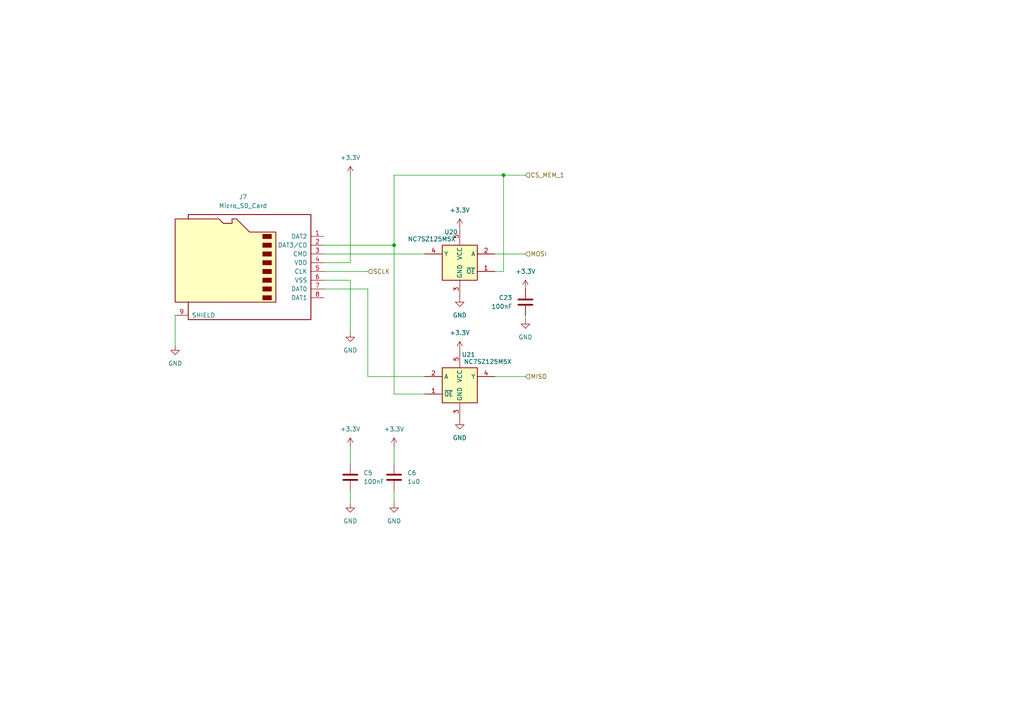
<source format=kicad_sch>
(kicad_sch (version 20231120) (generator "eeschema") (generator_version "8.0")
  (paper "A4")
  (lib_symbols
    (symbol "74xGxx:NC7SZ125M5X"
      (property "Reference" "U" (at -5.08 6.35 0))
      (property "Value" "NC7SZ125M5X" (at 7.62 6.35 0))
      (symbol "NC7SZ125M5X_0_1"
        (rectangle (start -5.08 5.08) (end 5.08 -5.08) (stroke (width 0.254)) (fill (type background)))
      )
      (symbol "NC7SZ125M5X_1_1"
        (pin input line (at -10.16 -2.54 0) (length 5.08) (name "~{OE}") (number "1"))
        (pin input line (at -10.16 2.54 0) (length 5.08) (name "A") (number "2"))
        (pin power_in line (at 0 -10.16 90) (length 5.08) (name "GND") (number "3"))
        (pin output line (at 10.16 2.54 180) (length 5.08) (name "Y") (number "4"))
        (pin power_in line (at 0 10.16 270) (length 5.08) (name "VCC") (number "5"))
      )
    )
    (symbol "Connector:Micro_SD_Card" (pin_names (offset 1.016))
      (property "Reference" "J" (at -16.51 15.24 0))
      (property "Value" "Micro_SD_Card" (at 16.51 15.24 0))
      (symbol "Micro_SD_Card_0_1"
        (rectangle (start -7.62 -9.525) (end -5.08 -10.795) (fill (type outline)))
        (rectangle (start -7.62 -6.985) (end -5.08 -8.255) (fill (type outline)))
        (rectangle (start -7.62 -4.445) (end -5.08 -5.715) (fill (type outline)))
        (rectangle (start -7.62 -1.905) (end -5.08 -3.175) (fill (type outline)))
        (rectangle (start -7.62 0.635) (end -5.08 -0.635) (fill (type outline)))
        (rectangle (start -7.62 3.175) (end -5.08 1.905) (fill (type outline)))
        (rectangle (start -7.62 5.715) (end -5.08 4.445) (fill (type outline)))
        (rectangle (start -7.62 8.255) (end -5.08 6.985) (fill (type outline)))
        (polyline (pts (xy 16.51 12.7) (xy 16.51 13.97) (xy -19.05 13.97) (xy -19.05 -16.51) (xy 16.51 -16.51) (xy 16.51 -11.43)) (stroke (width 0.254)))
        (polyline (pts (xy -8.89 -11.43) (xy -8.89 8.89) (xy -1.27 8.89) (xy 2.54 12.7) (xy 3.81 12.7) (xy 3.81 11.43) (xy 6.35 11.43) (xy 7.62 12.7) (xy 20.32 12.7) (xy 20.32 -11.43) (xy -8.89 -11.43)) (stroke (width 0.254)) (fill (type background)))
      )
      (symbol "Micro_SD_Card_1_1"
        (pin bidirectional line (at -22.86 7.62 0) (length 3.81) (name "DAT2") (number "1"))
        (pin bidirectional line (at -22.86 5.08 0) (length 3.81) (name "DAT3/CD") (number "2"))
        (pin input line (at -22.86 2.54 0) (length 3.81) (name "CMD") (number "3"))
        (pin power_in line (at -22.86 0 0) (length 3.81) (name "VDD") (number "4"))
        (pin input line (at -22.86 -2.54 0) (length 3.81) (name "CLK") (number "5"))
        (pin power_in line (at -22.86 -5.08 0) (length 3.81) (name "VSS") (number "6"))
        (pin bidirectional line (at -22.86 -7.62 0) (length 3.81) (name "DAT0") (number "7"))
        (pin bidirectional line (at -22.86 -10.16 0) (length 3.81) (name "DAT1") (number "8"))
        (pin passive line (at 20.32 -15.24 180) (length 3.81) (name "SHIELD") (number "9"))
      )
    )
    (symbol "Device:C" (pin_numbers hide) (pin_names (offset 0.254))
      (property "Reference" "C" (at 0.635 2.54 0))
      (property "Value" "C" (at 0.635 -2.54 0))
      (symbol "C_0_1"
        (polyline (pts (xy -2.032 -0.762) (xy 2.032 -0.762)) (stroke (width 0.508)))
        (polyline (pts (xy -2.032 0.762) (xy 2.032 0.762)) (stroke (width 0.508)))
      )
      (symbol "C_1_1"
        (pin passive line (at 0 3.81 270) (length 2.794) (name "~") (number "1"))
        (pin passive line (at 0 -3.81 90) (length 2.794) (name "~") (number "2"))
      )
    )
    (symbol "power:+3.3V" (power) (pin_numbers hide) (pin_names (offset 0) hide)
      (property "Value" "+3.3V" (at 0 3.556 0))
      (symbol "+3.3V_0_1"
        (polyline (pts (xy -0.762 1.27) (xy 0 2.54)))
        (polyline (pts (xy 0 0) (xy 0 2.54)))
        (polyline (pts (xy 0 2.54) (xy 0.762 1.27)))
      )
      (symbol "+3.3V_1_1"
        (pin power_in line (at 0 0 90) (length 0) (name "~") (number "1"))
      )
    )
    (symbol "power:GND" (power) (pin_numbers hide) (pin_names (offset 0) hide)
      (property "Value" "GND" (at 0 -3.81 0))
      (symbol "GND_0_1"
        (polyline (pts (xy 0 0) (xy 0 -1.27) (xy 1.27 -1.27) (xy 0 -2.54) (xy -1.27 -1.27) (xy 0 -1.27)))
      )
      (symbol "GND_1_1"
        (pin power_in line (at 0 0 270) (length 0) (name "~") (number "1"))
      )
    )
  )
  (junction (at 146.05 50.8))
  (junction (at 114.3 71.12))
  (wire (pts (xy 93.98 71.12) (xy 114.3 71.12)))
  (wire (pts (xy 101.6 81.28) (xy 101.6 96.52)))
  (wire (pts (xy 50.8 91.44) (xy 50.8 100.33)))
  (wire (pts (xy 146.05 50.8) (xy 146.05 78.74)))
  (wire (pts (xy 114.3 129.54) (xy 114.3 134.62)))
  (wire (pts (xy 93.98 73.66) (xy 123.19 73.66)))
  (wire (pts (xy 123.19 114.3) (xy 114.3 114.3)))
  (wire (pts (xy 101.6 142.24) (xy 101.6 146.05)))
  (wire (pts (xy 143.51 73.66) (xy 152.4 73.66)))
  (wire (pts (xy 114.3 50.8) (xy 146.05 50.8)))
  (wire (pts (xy 93.98 78.74) (xy 106.68 78.74)))
  (wire (pts (xy 106.68 109.22) (xy 106.68 83.82)))
  (wire (pts (xy 114.3 50.8) (xy 114.3 71.12)))
  (wire (pts (xy 152.4 109.22) (xy 143.51 109.22)))
  (wire (pts (xy 101.6 129.54) (xy 101.6 134.62)))
  (wire (pts (xy 101.6 50.8) (xy 101.6 76.2)))
  (wire (pts (xy 146.05 50.8) (xy 152.4 50.8)))
  (wire (pts (xy 114.3 114.3) (xy 114.3 71.12)))
  (wire (pts (xy 123.19 109.22) (xy 106.68 109.22)))
  (wire (pts (xy 143.51 78.74) (xy 146.05 78.74)))
  (wire (pts (xy 93.98 83.82) (xy 106.68 83.82)))
  (wire (pts (xy 114.3 142.24) (xy 114.3 146.05)))
  (wire (pts (xy 93.98 81.28) (xy 101.6 81.28)))
  (wire (pts (xy 93.98 76.2) (xy 101.6 76.2)))
  (wire (pts (xy 152.4 91.44) (xy 152.4 92.71)))
  (hierarchical_label "CS_MEM_1" (shape input) (at 152.4 50.8 0))
  (hierarchical_label "SCLK" (shape input) (at 106.68 78.74 0))
  (hierarchical_label "MISO" (shape input) (at 152.4 109.22 0))
  (hierarchical_label "MOSI" (shape input) (at 152.4 73.66 0))
  (symbol (lib_id "power:GND") (at 101.6 96.52 0) (unit 1)
    (property "Reference" "#PWR012" (effects (hide yes)))
    (property "Value" "GND" (at 101.6 101.6 0))
    (property "Description" "Power symbol creates a global label with name \"GND\" , ground" (effects (hide yes)))
  )
  (symbol (lib_id "74xGxx:NC7SZ125M5X") (at 133.35 76.2 0) (mirror y) (unit 1)
    (property "Reference" "U20" (at 130.81 67.31 0))
    (property "Value" "NC7SZ125M5X" (at 125.222 69.342 0))
    (property "Footprint" "Package_TO_SOT_SMD:SOT-23-5" (effects (hide yes)))
    (property "Datasheet" "https://www.onsemi.com/pdf/datasheet/nc7sz125-d.pdf" (effects (hide yes)))
    (property "Description" "TinyLogic UHS Buffer, Tri-State Output, SOT-23-5" (effects (hide yes)))
  )
  (symbol (lib_id "74xGxx:NC7SZ125M5X") (at 133.35 111.76 0) (unit 1)
    (property "Reference" "U21" (at 135.89 102.87 0))
    (property "Value" "NC7SZ125M5X" (at 141.478 104.902 0))
    (property "Footprint" "Package_TO_SOT_SMD:SOT-23-5" (effects (hide yes)))
    (property "Datasheet" "https://www.onsemi.com/pdf/datasheet/nc7sz125-d.pdf" (effects (hide yes)))
    (property "Description" "TinyLogic UHS Buffer, Tri-State Output, SOT-23-5" (effects (hide yes)))
  )
  (symbol (lib_id "Device:C") (at 114.3 138.43 0) (unit 1)
    (property "Reference" "C6" (at 118.11 137.1599 0) (effects (justify left)))
    (property "Value" "1u0" (at 118.11 139.6999 0) (effects (justify left)))
    (property "Footprint" "Capacitor_SMD:C_0603_1608Metric" (effects (hide yes)))
    (property "Description" "Unpolarized capacitor" (effects (hide yes)))
  )
  (symbol (lib_id "power:GND") (at 50.8 100.33 0) (unit 1)
    (property "Reference" "#PWR07" (effects (hide yes)))
    (property "Value" "GND" (at 50.8 105.41 0))
    (property "Description" "Power symbol creates a global label with name \"GND\" , ground" (effects (hide yes)))
  )
  (symbol (lib_id "Device:C") (at 101.6 138.43 0) (unit 1)
    (property "Reference" "C5" (at 105.41 137.1599 0) (effects (justify left)))
    (property "Value" "100nF" (at 105.41 139.6999 0) (effects (justify left)))
    (property "Footprint" "Capacitor_SMD:C_0603_1608Metric" (effects (hide yes)))
    (property "Description" "Unpolarized capacitor" (effects (hide yes)))
  )
  (symbol (lib_id "power:+3.3V") (at 114.3 129.54 0) (unit 1)
    (property "Reference" "#PWR029" (effects (hide yes)))
    (property "Value" "+3.3V" (at 114.3 124.46 0))
    (property "Description" "Power symbol creates a global label with name \"+3.3V\"" (effects (hide yes)))
  )
  (symbol (lib_id "power:+3.3V") (at 101.6 129.54 0) (unit 1)
    (property "Reference" "#PWR027" (effects (hide yes)))
    (property "Value" "+3.3V" (at 101.6 124.46 0))
    (property "Description" "Power symbol creates a global label with name \"+3.3V\"" (effects (hide yes)))
  )
  (symbol (lib_id "power:+3.3V") (at 101.6 50.8 0) (unit 1)
    (property "Reference" "#PWR011" (effects (hide yes)))
    (property "Value" "+3.3V" (at 101.6 45.72 0))
    (property "Description" "Power symbol creates a global label with name \"+3.3V\"" (effects (hide yes)))
  )
  (symbol (lib_id "power:GND") (at 133.35 121.92 0) (mirror y) (unit 1)
    (property "Reference" "#PWR0103" (effects (hide yes)))
    (property "Value" "GND" (at 133.35 127 0))
    (property "Description" "Power symbol creates a global label with name \"GND\" , ground" (effects (hide yes)))
  )
  (symbol (lib_id "power:GND") (at 114.3 146.05 0) (unit 1)
    (property "Reference" "#PWR030" (effects (hide yes)))
    (property "Value" "GND" (at 114.3 151.13 0))
    (property "Description" "Power symbol creates a global label with name \"GND\" , ground" (effects (hide yes)))
  )
  (symbol (lib_id "power:+3.3V") (at 133.35 66.04 0) (unit 1)
    (property "Reference" "#PWR0101" (effects (hide yes)))
    (property "Value" "+3.3V" (at 133.35 60.96 0))
    (property "Description" "Power symbol creates a global label with name \"+3.3V\"" (effects (hide yes)))
  )
  (symbol (lib_id "power:+3.3V") (at 152.4 83.82 0) (unit 1)
    (property "Reference" "#PWR099" (effects (hide yes)))
    (property "Value" "+3.3V" (at 152.4 78.74 0))
    (property "Description" "Power symbol creates a global label with name \"+3.3V\"" (effects (hide yes)))
  )
  (symbol (lib_id "power:GND") (at 152.4 92.71 0) (mirror y) (unit 1)
    (property "Reference" "#PWR097" (effects (hide yes)))
    (property "Value" "GND" (at 152.4 97.79 0))
    (property "Description" "Power symbol creates a global label with name \"GND\" , ground" (effects (hide yes)))
  )
  (symbol (lib_id "Connector:Micro_SD_Card") (at 71.12 76.2 0) (mirror y) (unit 1)
    (property "Reference" "J7" (at 70.485 57.15 0))
    (property "Value" "Micro_SD_Card" (at 70.485 59.69 0))
    (property "Footprint" "Connector_Card:microSD_HC_Hirose_DM3D-SF" (effects (hide yes)))
    (property "Datasheet" "http://katalog.we-online.de/em/datasheet/693072010801.pdf" (effects (hide yes)))
    (property "Description" "Micro SD Card Socket" (effects (hide yes)))
  )
  (symbol (lib_id "power:GND") (at 133.35 86.36 0) (mirror y) (unit 1)
    (property "Reference" "#PWR095" (effects (hide yes)))
    (property "Value" "GND" (at 133.35 91.44 0))
    (property "Description" "Power symbol creates a global label with name \"GND\" , ground" (effects (hide yes)))
  )
  (symbol (lib_id "power:+3.3V") (at 133.35 101.6 0) (unit 1)
    (property "Reference" "#PWR0105" (effects (hide yes)))
    (property "Value" "+3.3V" (at 133.35 96.52 0))
    (property "Description" "Power symbol creates a global label with name \"+3.3V\"" (effects (hide yes)))
  )
  (symbol (lib_id "Device:C") (at 152.4 87.63 0) (mirror y) (unit 1)
    (property "Reference" "C23" (at 148.59 86.3599 0) (effects (justify left)))
    (property "Value" "100nF" (at 148.59 88.8999 0) (effects (justify left)))
    (property "Footprint" "Capacitor_SMD:C_0603_1608Metric" (effects (hide yes)))
    (property "Description" "Unpolarized capacitor" (effects (hide yes)))
  )
  (symbol (lib_id "power:GND") (at 101.6 146.05 0) (unit 1)
    (property "Reference" "#PWR028" (effects (hide yes)))
    (property "Value" "GND" (at 101.6 151.13 0))
    (property "Description" "Power symbol creates a global label with name \"GND\" , ground" (effects (hide yes)))
  )
)
</source>
